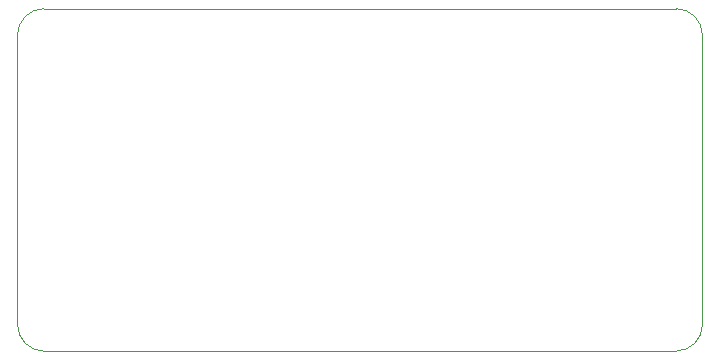
<source format=gbr>
%TF.GenerationSoftware,KiCad,Pcbnew,(5.1.10)-1*%
%TF.CreationDate,2021-11-06T00:48:36+01:00*%
%TF.ProjectId,xESC,78455343-2e6b-4696-9361-645f70636258,rev?*%
%TF.SameCoordinates,Original*%
%TF.FileFunction,Profile,NP*%
%FSLAX46Y46*%
G04 Gerber Fmt 4.6, Leading zero omitted, Abs format (unit mm)*
G04 Created by KiCad (PCBNEW (5.1.10)-1) date 2021-11-06 00:48:36*
%MOMM*%
%LPD*%
G01*
G04 APERTURE LIST*
%TA.AperFunction,Profile*%
%ADD10C,0.050000*%
%TD*%
G04 APERTURE END LIST*
D10*
X211500000Y-30500000D02*
G75*
G02*
X213750000Y-32750000I0J-2250000D01*
G01*
X213750000Y-57250000D02*
G75*
G02*
X211500000Y-59500000I-2250000J0D01*
G01*
X158000000Y-59500000D02*
G75*
G02*
X155750000Y-57250000I0J2250000D01*
G01*
X155750000Y-32750000D02*
G75*
G02*
X158000000Y-30500000I2250000J0D01*
G01*
X211500000Y-59500000D02*
X158000000Y-59500000D01*
X211500000Y-30500000D02*
X158000000Y-30500000D01*
X213750000Y-57250000D02*
X213750000Y-32750000D01*
X155750000Y-32750000D02*
X155750000Y-57250000D01*
M02*

</source>
